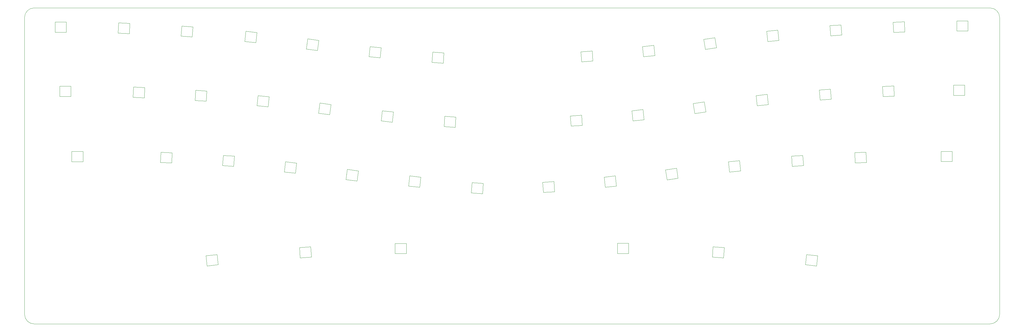
<source format=gbr>
G04 #@! TF.GenerationSoftware,KiCad,Pcbnew,(6.0.11-0)*
G04 #@! TF.CreationDate,2023-08-21T21:01:56+09:00*
G04 #@! TF.ProjectId,SYMMETRIA,53594d4d-4554-4524-9941-2e6b69636164,rev?*
G04 #@! TF.SameCoordinates,Original*
G04 #@! TF.FileFunction,Profile,NP*
%FSLAX46Y46*%
G04 Gerber Fmt 4.6, Leading zero omitted, Abs format (unit mm)*
G04 Created by KiCad (PCBNEW (6.0.11-0)) date 2023-08-21 21:01:56*
%MOMM*%
%LPD*%
G01*
G04 APERTURE LIST*
G04 #@! TA.AperFunction,Profile*
%ADD10C,0.100000*%
G04 #@! TD*
G04 #@! TA.AperFunction,Profile*
%ADD11C,0.120000*%
G04 #@! TD*
G04 APERTURE END LIST*
D10*
X320625000Y-17250000D02*
X22275000Y-17250000D01*
X323625000Y-20250000D02*
G75*
G03*
X320625000Y-17250000I-3000000J0D01*
G01*
X19275000Y-20250000D02*
X19275000Y-113050000D01*
X320625000Y-116050000D02*
G75*
G03*
X323625000Y-113050000I0J3000000D01*
G01*
X22275000Y-17250000D02*
G75*
G03*
X19275000Y-20250000I0J-3000000D01*
G01*
X323625000Y-20250000D02*
X323625000Y-113050000D01*
X22275000Y-116050000D02*
X320625000Y-116050000D01*
X19275000Y-113050000D02*
G75*
G03*
X22275000Y-116050000I3000000J0D01*
G01*
D11*
X68319173Y-22878824D02*
X71810647Y-23122971D01*
X71587427Y-26315176D02*
X68095953Y-26071029D01*
X68095953Y-26071029D02*
X68319173Y-22878824D01*
X71810647Y-23122971D02*
X71587427Y-26315176D01*
X207786800Y-90843200D02*
X207786800Y-94043200D01*
X207786800Y-94043200D02*
X204286800Y-94043200D01*
X204286800Y-90843200D02*
X207786800Y-90843200D01*
X204286800Y-94043200D02*
X204286800Y-90843200D01*
X33981700Y-65275800D02*
X33981700Y-62075800D01*
X37481700Y-65275800D02*
X33981700Y-65275800D01*
X37481700Y-62075800D02*
X37481700Y-65275800D01*
X33981700Y-62075800D02*
X37481700Y-62075800D01*
X312716000Y-41346000D02*
X312716000Y-44546000D01*
X309216000Y-41346000D02*
X312716000Y-41346000D01*
X309216000Y-44546000D02*
X309216000Y-41346000D01*
X312716000Y-44546000D02*
X309216000Y-44546000D01*
X234149673Y-91933024D02*
X237641147Y-92177171D01*
X237641147Y-92177171D02*
X237417927Y-95369376D01*
X233926453Y-95125229D02*
X234149673Y-91933024D01*
X237417927Y-95369376D02*
X233926453Y-95125229D01*
X100356141Y-68538210D02*
X100690632Y-65355740D01*
X103836968Y-68904060D02*
X100356141Y-68538210D01*
X104171459Y-65721590D02*
X103836968Y-68904060D01*
X100690632Y-65355740D02*
X104171459Y-65721590D01*
X290665973Y-44823151D02*
X287168105Y-44945299D01*
X287056427Y-41747249D02*
X290554295Y-41625101D01*
X287168105Y-44945299D02*
X287056427Y-41747249D01*
X290554295Y-41625101D02*
X290665973Y-44823151D01*
X231723308Y-30184382D02*
X231277954Y-27015524D01*
X234743892Y-26528418D02*
X235189246Y-29697276D01*
X231277954Y-27015524D02*
X234743892Y-26528418D01*
X235189246Y-29697276D02*
X231723308Y-30184382D01*
X212309668Y-49013540D02*
X212644159Y-52196010D01*
X208828841Y-49379390D02*
X212309668Y-49013540D01*
X209163332Y-52561860D02*
X208828841Y-49379390D01*
X212644159Y-52196010D02*
X209163332Y-52561860D01*
X266498468Y-97888160D02*
X263017641Y-97522310D01*
X266832959Y-94705690D02*
X266498468Y-97888160D01*
X263017641Y-97522310D02*
X263352132Y-94339840D01*
X263352132Y-94339840D02*
X266832959Y-94705690D01*
X108550327Y-91933224D02*
X108773547Y-95125429D01*
X108773547Y-95125429D02*
X105282073Y-95369576D01*
X105282073Y-95369576D02*
X105058853Y-92177371D01*
X105058853Y-92177371D02*
X108550327Y-91933224D01*
X110681392Y-30550382D02*
X107215454Y-30063276D01*
X111126746Y-27381524D02*
X110681392Y-30550382D01*
X107660808Y-26894418D02*
X111126746Y-27381524D01*
X107215454Y-30063276D02*
X107660808Y-26894418D01*
X81040253Y-66525729D02*
X81263473Y-63333524D01*
X81263473Y-63333524D02*
X84754947Y-63577671D01*
X84531727Y-66769876D02*
X81040253Y-66525729D01*
X84754947Y-63577671D02*
X84531727Y-66769876D01*
X75859141Y-94703590D02*
X79339968Y-94337740D01*
X76193632Y-97886060D02*
X75859141Y-94703590D01*
X79339968Y-94337740D02*
X79674459Y-97520210D01*
X79674459Y-97520210D02*
X76193632Y-97886060D01*
X28800900Y-21635100D02*
X32300900Y-21635100D01*
X28800900Y-24835100D02*
X28800900Y-21635100D01*
X32300900Y-24835100D02*
X28800900Y-24835100D01*
X32300900Y-21635100D02*
X32300900Y-24835100D01*
X65281473Y-62483449D02*
X65169795Y-65681499D01*
X61783605Y-62361301D02*
X65281473Y-62483449D01*
X61671927Y-65559351D02*
X61783605Y-62361301D01*
X65169795Y-65681499D02*
X61671927Y-65559351D01*
X72672773Y-42953624D02*
X76164247Y-43197771D01*
X72449553Y-46145829D02*
X72672773Y-42953624D01*
X76164247Y-43197771D02*
X75941027Y-46389976D01*
X75941027Y-46389976D02*
X72449553Y-46145829D01*
X270831073Y-25960276D02*
X270607853Y-22768071D01*
X274099327Y-22523924D02*
X274322547Y-25716129D01*
X274322547Y-25716129D02*
X270831073Y-25960276D01*
X270607853Y-22768071D02*
X274099327Y-22523924D01*
X239291932Y-68528560D02*
X238957441Y-65346090D01*
X242772759Y-68162710D02*
X239291932Y-68528560D01*
X238957441Y-65346090D02*
X242438268Y-64980240D01*
X242438268Y-64980240D02*
X242772759Y-68162710D01*
X247928132Y-47810660D02*
X247593641Y-44628190D01*
X251074468Y-44262340D02*
X251408959Y-47444810D01*
X247593641Y-44628190D02*
X251074468Y-44262340D01*
X251408959Y-47444810D02*
X247928132Y-47810660D01*
X158713453Y-75046529D02*
X158936673Y-71854324D01*
X162204927Y-75290676D02*
X158713453Y-75046529D01*
X158936673Y-71854324D02*
X162428147Y-72098471D01*
X162428147Y-72098471D02*
X162204927Y-75290676D01*
X126733441Y-32476810D02*
X127067932Y-29294340D01*
X130548759Y-29660190D02*
X130214268Y-32842660D01*
X127067932Y-29294340D02*
X130548759Y-29660190D01*
X130214268Y-32842660D02*
X126733441Y-32476810D01*
X51968795Y-25232899D02*
X48470927Y-25110751D01*
X48470927Y-25110751D02*
X48582605Y-21912701D01*
X52080473Y-22034849D02*
X51968795Y-25232899D01*
X48582605Y-21912701D02*
X52080473Y-22034849D01*
X228412108Y-50262982D02*
X227966754Y-47094124D01*
X227966754Y-47094124D02*
X231432692Y-46607018D01*
X231878046Y-49775876D02*
X228412108Y-50262982D01*
X231432692Y-46607018D02*
X231878046Y-49775876D01*
X134078168Y-52931960D02*
X130597341Y-52566110D01*
X134412659Y-49749490D02*
X134078168Y-52931960D01*
X130931832Y-49383640D02*
X134412659Y-49749490D01*
X130597341Y-52566110D02*
X130931832Y-49383640D01*
X30216400Y-41712700D02*
X33716400Y-41712700D01*
X30216400Y-44912700D02*
X30216400Y-41712700D01*
X33716400Y-44912700D02*
X30216400Y-44912700D01*
X33716400Y-41712700D02*
X33716400Y-44912700D01*
X87951541Y-27723710D02*
X88286032Y-24541240D01*
X91432368Y-28089560D02*
X87951541Y-27723710D01*
X88286032Y-24541240D02*
X91766859Y-24907090D01*
X91766859Y-24907090D02*
X91432368Y-28089560D01*
X184696447Y-74675529D02*
X181204973Y-74919676D01*
X180981753Y-71727471D02*
X184473227Y-71483324D01*
X184473227Y-71483324D02*
X184696447Y-74675529D01*
X181204973Y-74919676D02*
X180981753Y-71727471D01*
X196635447Y-33856529D02*
X193143973Y-34100676D01*
X193143973Y-34100676D02*
X192920753Y-30908471D01*
X196412227Y-30664324D02*
X196635447Y-33856529D01*
X192920753Y-30908471D02*
X196412227Y-30664324D01*
X114913646Y-47457024D02*
X114468292Y-50625882D01*
X111447708Y-46969918D02*
X114913646Y-47457024D01*
X111002354Y-50138776D02*
X111447708Y-46969918D01*
X114468292Y-50625882D02*
X111002354Y-50138776D01*
X254387868Y-24178240D02*
X254722359Y-27360710D01*
X254722359Y-27360710D02*
X251241532Y-27726560D01*
X251241532Y-27726560D02*
X250907041Y-24544090D01*
X250907041Y-24544090D02*
X254387868Y-24178240D01*
X267525073Y-46036176D02*
X267301853Y-42843971D01*
X267301853Y-42843971D02*
X270793327Y-42599824D01*
X270793327Y-42599824D02*
X271016547Y-45792029D01*
X271016547Y-45792029D02*
X267525073Y-46036176D01*
X149922927Y-34483776D02*
X146431453Y-34239629D01*
X150146147Y-31291571D02*
X149922927Y-34483776D01*
X146431453Y-34239629D02*
X146654673Y-31047424D01*
X146654673Y-31047424D02*
X150146147Y-31291571D01*
X282019873Y-65555351D02*
X278522005Y-65677499D01*
X281908195Y-62357301D02*
X282019873Y-65555351D01*
X278522005Y-65677499D02*
X278410327Y-62479449D01*
X278410327Y-62479449D02*
X281908195Y-62357301D01*
X310206400Y-21265900D02*
X313706400Y-21265900D01*
X310206400Y-24465900D02*
X310206400Y-21265900D01*
X313706400Y-24465900D02*
X310206400Y-24465900D01*
X313706400Y-21265900D02*
X313706400Y-24465900D01*
X95242368Y-48168060D02*
X91761541Y-47802210D01*
X95576859Y-44985590D02*
X95242368Y-48168060D01*
X91761541Y-47802210D02*
X92096032Y-44619740D01*
X92096032Y-44619740D02*
X95576859Y-44985590D01*
X308834300Y-65269800D02*
X305334300Y-65269800D01*
X308834300Y-62069800D02*
X308834300Y-65269800D01*
X305334300Y-62069800D02*
X308834300Y-62069800D01*
X305334300Y-65269800D02*
X305334300Y-62069800D01*
X293856795Y-21551601D02*
X293968473Y-24749651D01*
X290470605Y-24871799D02*
X290358927Y-21673749D01*
X293968473Y-24749651D02*
X290470605Y-24871799D01*
X290358927Y-21673749D02*
X293856795Y-21551601D01*
X204002559Y-72938310D02*
X200521732Y-73304160D01*
X200187241Y-70121690D02*
X203668068Y-69755840D01*
X200521732Y-73304160D02*
X200187241Y-70121690D01*
X203668068Y-69755840D02*
X204002559Y-72938310D01*
X153887147Y-51357871D02*
X153663927Y-54550076D01*
X150395673Y-51113724D02*
X153887147Y-51357871D01*
X153663927Y-54550076D02*
X150172453Y-54305929D01*
X150172453Y-54305929D02*
X150395673Y-51113724D01*
X134911700Y-94052300D02*
X134911700Y-90852300D01*
X138411700Y-94052300D02*
X134911700Y-94052300D01*
X138411700Y-90852300D02*
X138411700Y-94052300D01*
X134911700Y-90852300D02*
X138411700Y-90852300D01*
X56725573Y-42110049D02*
X56613895Y-45308099D01*
X56613895Y-45308099D02*
X53116027Y-45185951D01*
X53116027Y-45185951D02*
X53227705Y-41987901D01*
X53227705Y-41987901D02*
X56725573Y-42110049D01*
X123003592Y-71366582D02*
X119537654Y-70879476D01*
X123448946Y-68197724D02*
X123003592Y-71366582D01*
X119537654Y-70879476D02*
X119983008Y-67710618D01*
X119983008Y-67710618D02*
X123448946Y-68197724D01*
X193111927Y-50744924D02*
X193335147Y-53937129D01*
X193335147Y-53937129D02*
X189843673Y-54181276D01*
X189843673Y-54181276D02*
X189620453Y-50989071D01*
X189620453Y-50989071D02*
X193111927Y-50744924D01*
X215622468Y-28927840D02*
X215956959Y-32110310D01*
X212476132Y-32476160D02*
X212141641Y-29293690D01*
X212141641Y-29293690D02*
X215622468Y-28927840D01*
X215956959Y-32110310D02*
X212476132Y-32476160D01*
X142957259Y-70116590D02*
X142622768Y-73299060D01*
X139141941Y-72933210D02*
X139476432Y-69750740D01*
X139476432Y-69750740D02*
X142957259Y-70116590D01*
X142622768Y-73299060D02*
X139141941Y-72933210D01*
X258878273Y-66770976D02*
X258655053Y-63578771D01*
X258655053Y-63578771D02*
X262146527Y-63334624D01*
X262146527Y-63334624D02*
X262369747Y-66526829D01*
X262369747Y-66526829D02*
X258878273Y-66770976D01*
X219771008Y-70993382D02*
X219325654Y-67824524D01*
X223236946Y-70506276D02*
X219771008Y-70993382D01*
X219325654Y-67824524D02*
X222791592Y-67337418D01*
X222791592Y-67337418D02*
X223236946Y-70506276D01*
M02*

</source>
